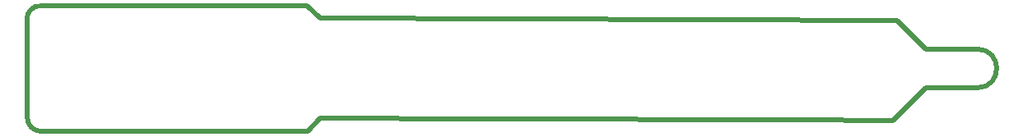
<source format=gko>
G04*
G04 #@! TF.GenerationSoftware,Altium Limited,Altium Designer,20.1.12 (249)*
G04*
G04 Layer_Color=16711935*
%FSLAX25Y25*%
%MOIN*%
G70*
G04*
G04 #@! TF.SameCoordinates,F0868872-FF7F-4824-B1C7-3C191F3A6EFF*
G04*
G04*
G04 #@! TF.FilePolarity,Positive*
G04*
G01*
G75*
%ADD38C,0.01968*%
D38*
X386358Y77654D02*
G03*
X386358Y93402I0J7874D01*
G01*
X6917Y111026D02*
G03*
X1415Y105525I0J-5502D01*
G01*
X1618Y65532D02*
G03*
X7119Y60030I5502J0D01*
G01*
X185001Y65114D02*
X314001Y64614D01*
X120281Y65392D02*
X184792Y65087D01*
X115111Y60030D02*
X120281Y65392D01*
X312501Y64614D02*
X352210Y64376D01*
X45500Y59989D02*
X115111Y60030D01*
X7119Y60030D02*
X45500Y60000D01*
X352210Y64376D02*
X353864Y66018D01*
X365500Y77654D01*
X353864Y105038D02*
X365500Y93402D01*
X386358D01*
X365500Y77668D02*
X386358D01*
X120275Y105852D02*
X353864Y105038D01*
X114909Y111026D02*
X120275Y105852D01*
X6917Y111026D02*
X114909D01*
X1415Y105525D02*
X1617Y65532D01*
M02*

</source>
